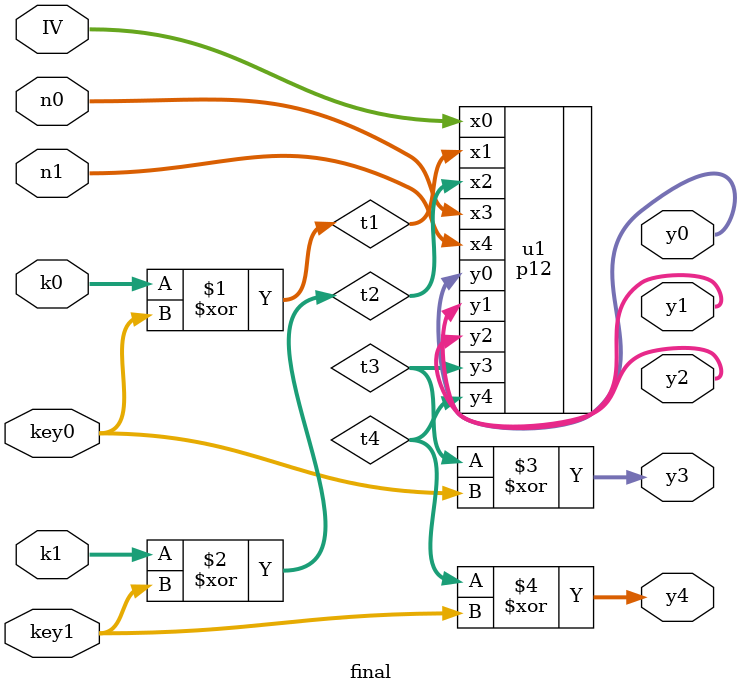
<source format=v>
module final(	
  input [63:0] IV, k0, k1, n0, n1, key0, key1,
	output [63:0] y0, y1, y2, y3, y4
            );
	wire [63:0] t0, t1, t2, t3, t4;
	assign t1 = k0^key0;
	assign t2 = k1^key1;
//12 round finalization
  p12 u1 (
    .x0 (IV),
    .x1 (t1),
    .x2 (t2),
    .x3 (n0),
    .x4 (n1),
    .y0 (y0),
    .y1 (y1),
    .y2 (y2),
    .y3 (t3),
    .y4 (t4)
  );
	assign y3 = t3^key0;
	assign y4 = t4^key1;
endmodule


</source>
